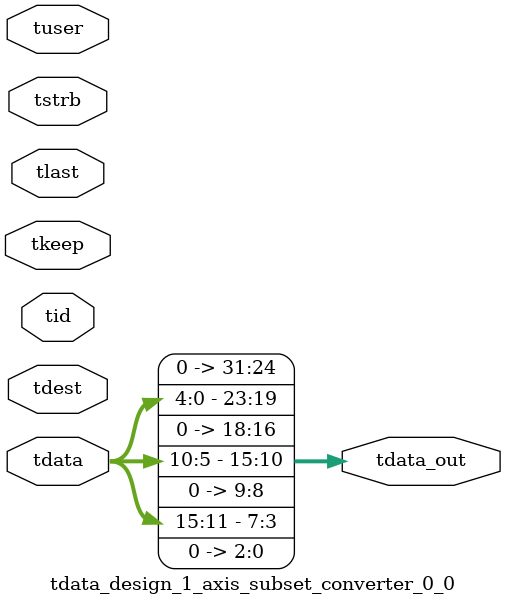
<source format=v>


`timescale 1ps/1ps

module tdata_design_1_axis_subset_converter_0_0 #
(
parameter C_S_AXIS_TDATA_WIDTH = 32,
parameter C_S_AXIS_TUSER_WIDTH = 0,
parameter C_S_AXIS_TID_WIDTH   = 0,
parameter C_S_AXIS_TDEST_WIDTH = 0,
parameter C_M_AXIS_TDATA_WIDTH = 32
)
(
input  [(C_S_AXIS_TDATA_WIDTH == 0 ? 1 : C_S_AXIS_TDATA_WIDTH)-1:0     ] tdata,
input  [(C_S_AXIS_TUSER_WIDTH == 0 ? 1 : C_S_AXIS_TUSER_WIDTH)-1:0     ] tuser,
input  [(C_S_AXIS_TID_WIDTH   == 0 ? 1 : C_S_AXIS_TID_WIDTH)-1:0       ] tid,
input  [(C_S_AXIS_TDEST_WIDTH == 0 ? 1 : C_S_AXIS_TDEST_WIDTH)-1:0     ] tdest,
input  [(C_S_AXIS_TDATA_WIDTH/8)-1:0 ] tkeep,
input  [(C_S_AXIS_TDATA_WIDTH/8)-1:0 ] tstrb,
input                                                                    tlast,
output [C_M_AXIS_TDATA_WIDTH-1:0] tdata_out
);

assign tdata_out = {tdata[4:0],3'b000,tdata[10:5],2'b00,tdata[15:11],3'b000};

endmodule


</source>
